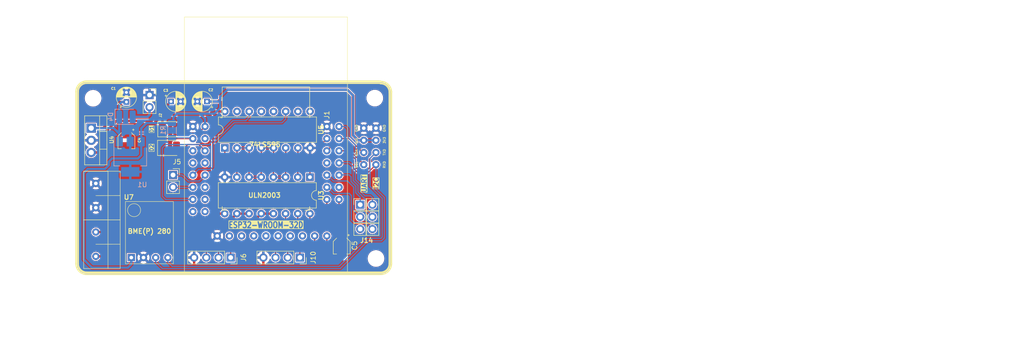
<source format=kicad_pcb>
(kicad_pcb (version 20240108) (generator "pcbnew") (generator_version "8.0")
  (layers (0 "F.Cu" signal) (31 "B.Cu" signal) (34 "B.Paste" user) (35 "F.Paste" user) (36 "B.SilkS" user "B.Silkscreen") (37 "F.SilkS" user "F.Silkscreen") (38 "B.Mask" user) (39 "F.Mask" user) (44 "Edge.Cuts" user))
  (net 0 "")
  (net 1 "GND")
  (net 2 "+3V3")
  (net 3 "+5V")
  (net 4 "/RXD")
  (net 5 "/TXD")
  (net 6 "/SDA")
  (net 7 "/OUT2")
  (net 8 "/SCL")
  (net 9 "/OUT1")
  (net 10 "/EN")
  (net 11 "/SOURCE2")
  (net 12 "/SOURCE1")
  (net 13 "/SOURCE3")
  (net 14 "/VDC")
  (net 15 "/DAC1")
  (net 16 "/DAC2")
  (net 17 "/GPIO13")
  (net 18 "/GPIO19")
  (net 19 "/GPIO17")
  (net 20 "/GPIO5")
  (net 21 "/GPIO18")
  (net 22 "/GPIO36")
  (net 23 "/ADC2_CH3")
  (net 24 "/GPIO32")
  (net 25 "/GPIO34")
  (net 26 "/SD_DATA1")
  (net 27 "/SD_DATA2")
  (net 28 "/SD_CLK")
  (net 29 "/SD_CMD")
  (net 30 "/SD_DATA3")
  (net 31 "/ADC2_CH0")
  (net 32 "/GPIO23")
  (net 33 "/SD_DATA0")
  (net 34 "/GPIO27")
  (net 35 "/ADC2_CH2")
  (net 36 "/BOOT")
  (net 37 "/GPIO39")
  (net 38 "/SOURCE4")
  (net 39 "/SOURCE5")
  (net 40 "/OE")
  (net 41 "/RCLK")
  (net 43 "/SRCLR")
  (net 44 "/SRCLK")
  (net 45 "/SER")
  (net 47 "/I3")
  (net 48 "/I6")
  (net 49 "/I7")
  (net 50 "/I5")
  (net 51 "/OUT3")
  (net 53 "/VIN")
  (net 54 "/I1")
  (footprint "Capacitor_THT:CP_Radial_D4.0mm_P2.00mm" (layer "F.Cu") (at 107 43.95 180)
    (property "Reference" "C2" (at -0.8 2.4 180) (layer "F.SilkS") (effects (font (size 0.5 0.5) (thickness 0.125))))
    (property "Value" "1uF")
    (pad "1" thru_hole rect (at 0 0 180) (size 1.2 1.2) (drill 0.6) (layers "*.Cu" "*.Mask") (net 2 "+3V3"))
    (pad "2" thru_hole circle (at 2 0 180) (size 1.2 1.2) (drill 0.6) (layers "*.Cu" "*.Mask") (net 1 "GND"))
  )
  (footprint "LED_SMD:LED_1210_3225Metric_Pad1.42x2.65mm_HandSolder" (layer "F.Cu") (at 99.1525 53.65)
    (property "Reference" "D2" (at -3.2 0 90) (layer "F.SilkS" knockout) (effects (font (size 0.8 0.8) (thickness 0.2) (bold yes)) (justify bottom)))
    (property "Value" "STATUS")
    (pad "1" smd roundrect (at -1.4875 0) (size 1.425 2.65) (layers "F.Cu" "F.Paste" "F.Mask") (roundrect_rratio 0.175439) (net 1 "GND"))
    (pad "2" smd roundrect (at 1.4875 0) (size 1.425 2.65) (layers "F.Cu" "F.Paste" "F.Mask") (roundrect_rratio 0.175439) (net 25 "/GPIO34"))
  )
  (footprint "Capacitor_SMD:CP_Elec_3x5.3" (layer "F.Cu") (at 90.2 52.05 -90)
    (property "Reference" "C4" (at 0 -2.7 90) (layer "F.SilkS") (effects (font (size 0.5 0.5) (thickness 0.125))))
    (property "Value" "0.1uF")
    (pad "1" smd rect (at -1.5 0 270) (size 2.2 1.6) (layers "F.Cu" "F.Paste" "F.Mask") (net 10 "/EN"))
    (pad "2" smd rect (at 1.5 0 270) (size 2.2 1.6) (layers "F.Cu" "F.Paste" "F.Mask") (net 1 "GND"))
  )
  (footprint "Alexander Footprints Library:ESP32-WROOM-Adapter-Socket-2" (layer "F.Cu") (at 119.3 56.79)
    (property "Reference" "J1" (at 12.7 -10.04 90) (layer "F.SilkS"))
    (property "Value" "~")
    (fp_text user "ESP32-WROOM-32D" (at 0 12.96 0) (layer "F.SilkS" knockout) (effects (font (size 1.25 1) (thickness 0.25) (bold yes))))
    (pad "" thru_hole circle (at -15.24 10.16) (size 1.524 1.524) (drill 0.762) (layers "*.Cu" "*.Mask"))
    (pad "" thru_hole circle (at -12.7 10.16) (size 1.524 1.524) (drill 0.762) (layers "*.Cu" "*.Mask"))
    (pad "1" thru_hole circle (at -15.24 -7.62) (size 1.524 1.524) (drill 0.762) (layers "*.Cu" "*.Mask") (net 1 "GND"))
    (pad "2" thru_hole circle (at -12.7 -7.62) (size 1.524 1.524) (drill 0.762) (layers "*.Cu" "*.Mask") (net 2 "+3V3"))
    (pad "3" thru_hole circle (at -15.24 -5.08) (size 1.524 1.524) (drill 0.762) (layers "*.Cu" "*.Mask") (net 10 "/EN"))
    (pad "4" thru_hole circle (at -12.7 -5.08) (size 1.524 1.524) (drill 0.762) (layers "*.Cu" "*.Mask") (net 22 "/GPIO36"))
    (pad "5" thru_hole circle (at -15.24 -2.54) (size 1.524 1.524) (drill 0.762) (layers "*.Cu" "*.Mask") (net 37 "/GPIO39"))
    (pad "6" thru_hole circle (at -12.7 -2.54) (size 1.524 1.524) (drill 0.762) (layers "*.Cu" "*.Mask") (net 25 "/GPIO34"))
    (pad "7" thru_hole circle (at -15.24 0) (size 1.524 1.524) (drill 0.762) (layers "*.Cu" "*.Mask") (net 51 "/OUT3"))
    (pad "8" thru_hole circle (at -12.7 0) (size 1.524 1.524) (drill 0.762) (layers "*.Cu" "*.Mask") (net 24 "/GPIO32"))
    (pad "9" thru_hole circle (at -15.24 2.54) (size 1.524 1.524) (drill 0.762) (layers "*.Cu" "*.Mask") (net 44 "/SRCLK"))
    (pad "10" thru_hole circle (at -12.7 2.54) (size 1.524 1.524) (drill 0.762) (layers "*.Cu" "*.Mask") (net 15 "/DAC1"))
    (pad "11" thru_hole circle (at -15.24 5.08) (size 1.524 1.524) (drill 0.762) (layers "*.Cu" "*.Mask") (net 16 "/DAC2"))
    (pad "12" thru_hole circle (at -12.7 5.08) (size 1.524 1.524) (drill 0.762) (layers "*.Cu" "*.Mask") (net 34 "/GPIO27"))
    (pad "13" thru_hole circle (at -15.24 7.62) (size 1.524 1.524) (drill 0.762) (layers "*.Cu" "*.Mask") (net 45 "/SER"))
    (pad "14" thru_hole circle (at -12.7 7.62) (size 1.524 1.524) (drill 0.762) (layers "*.Cu" "*.Mask") (net 7 "/OUT2"))
    (pad "15" thru_hole circle (at -10.16 15.24 90) (size 1.524 1.524) (drill 0.762) (layers "*.Cu" "*.Mask") (net 1 "GND"))
    (pad "16" thru_hole circle (at -7.62 15.24 90) (size 1.524 1.524) (drill 0.762) (layers "*.Cu" "*.Mask") (net 17 "/GPIO13"))
    (pad "17" thru_hole circle (at -5.08 15.24 90) (size 1.524 1.524) (drill 0.762) (layers "*.Cu" "*.Mask") (net 27 "/SD_DATA2"))
    (pad "18" thru_hole circle (at -2.54 15.24 90) (size 1.524 1.524) (drill 0.762) (layers "*.Cu" "*.Mask") (net 30 "/SD_DATA3"))
    (pad "19" thru_hole circle (at 0 15.24 90) (size 1.524 1.524) (drill 0.762) (layers "*.Cu" "*.Mask") (net 29 "/SD_CMD"))
    (pad "20" thru_hole circle (at 2.54 15.24 90) (size 1.524 1.524) (drill 0.762) (layers "*.Cu" "*.Mask") (net 28 "/SD_CLK"))
    (pad "21" thru_hole circle (at 5.08 15.24 90) (size 1.524 1.524) (drill 0.762) (layers "*.Cu" "*.Mask") (net 33 "/SD_DATA0"))
    (pad "22" thru_hole circle (at 7.62 15.24 90) (size 1.524 1.524) (drill 0.762) (layers "*.Cu" "*.Mask") (net 26 "/SD_DATA1"))
    (pad "23" thru_hole circle (at 10.16 15.24 90) (size 1.524 1.524) (drill 0.762) (layers "*.Cu" "*.Mask") (net 23 "/ADC2_CH3"))
    (pad "24" thru_hole circle (at 12.7 15.24 90) (size 1.524 1.524) (drill 0.762) (layers "*.Cu" "*.Mask") (net 35 "/ADC2_CH2"))
    (pad "25" thru_hole circle (at 15.24 7.62) (size 1.524 1.524) (drill 0.762) (layers "*.Cu" "*.Mask") (net 36 "/BOOT"))
    (pad "26" thru_hole circle (at 12.7 7.62) (size 1.524 1.524) (drill 0.762) (layers "*.Cu" "*.Mask") (net 31 "/ADC2_CH0"))
    (pad "27" thru_hole circle (at 15.24 5.08) (size 1.524 1.524) (drill 0.762) (layers "*.Cu" "*.Mask") (net 9 "/OUT1"))
    (pad "28" thru_hole circle (at 12.7 5.08) (size 1.524 1.524) (drill 0.762) (layers "*.Cu" "*.Mask") (net 19 "/GPIO17"))
    (pad "29" thru_hole circle (at 15.24 2.54) (size 1.524 1.524) (drill 0.762) (layers "*.Cu" "*.Mask") (net 20 "/GPIO5"))
    (pad "30" thru_hole circle (at 12.7 2.54) (size 1.524 1.524) (drill 0.762) (layers "*.Cu" "*.Mask") (net 21 "/GPIO18"))
    (pad "31" thru_hole circle (at 15.24 0) (size 1.524 1.524) (drill 0.762) (layers "*.Cu" "*.Mask") (net 18 "/GPIO19"))
    (pad "32" thru_hole circle (at 12.7 0) (size 1.524 1.524) (drill 0.762) (layers "*.Cu" "*.Mask"))
    (pad "33" thru_hole circle (at 15.24 -2.54) (size 1.524 1.524) (drill 0.762) (layers "*.Cu" "*.Mask") (net 6 "/SDA"))
    (pad "34" thru_hole circle (at 12.7 -2.54) (size 1.524 1.524) (drill 0.762) (layers "*.Cu" "*.Mask") (net 4 "/RXD"))
    (pad "35" thru_hole circle (at 15.24 -5.08) (size 1.524 1.524) (drill 0.762) (layers "*.Cu" "*.Mask") (net 5 "/TXD"))
    (pad "36" thru_hole circle (at 12.7 -5.08) (size 1.524 1.524) (drill 0.762) (layers "*.Cu" "*.Mask") (net 8 "/SCL"))
    (pad "37" thru_hole circle (at 15.24 -7.62) (size 1.524 1.524) (drill 0.762) (layers "*.Cu" "*.Mask") (net 32 "/GPIO23"))
    (pad "38" thru_hole circle (at 12.7 -7.62) (size 1.524 1.524) (drill 0.762) (layers "*.Cu" "*.Mask") (net 1 "GND"))
  )
  (footprint "MountingHole:MountingHole_3mm" (layer "F.Cu") (at 142 43.25)
    (property "Reference" "H1" (hide yes))
    (property "Value" "MountingHole_Pad")
    (pad "" np_thru_hole circle (at 0 0) (size 3 3) (drill 3) (layers "*.Cu" "*.Mask"))
  )
  (footprint "MountingHole:MountingHole_3mm" (layer "F.Cu") (at 83.25 43.28)
    (property "Reference" "H2" (hide yes))
    (property "Value" "MountingHole_Pad")
    (pad "" np_thru_hole circle (at 0 0) (size 3 3) (drill 3) (layers "*.Cu" "*.Mask"))
  )
  (footprint "Package_DIP:DIP-16_W7.62mm" (layer "F.Cu") (at 128.475 59.75 -90)
    (property "Reference" "U3" (at 3.81 -2.33 90) (layer "F.SilkS") (effects (font (thickness 0.2) (bold yes))))
    (property "Value" "ULN2003")
    (pad "1" thru_hole rect (at 0 0 270) (size 1.6 1.6) (drill 0.8) (layers "*.Cu" "*.Mask") (net 48 "/I6"))
    (pad "2" thru_hole oval (at 0 2.54 270) (size 1.6 1.6) (drill 0.8) (layers "*.Cu" "*.Mask") (net 47 "/I3"))
    (pad "3" thru_hole oval (at 0 5.08 270) (size 1.6 1.6) (drill 0.8) (layers "*.Cu" "*.Mask") (net 50 "/I5"))
    (pad "4" thru_hole oval (at 0 7.62 270) (size 1.6 1.6) (drill 0.8) (layers "*.Cu" "*.Mask") (net 50 "/I5"))
    (pad "5" thru_hole oval (at 0 10.16 270) (size 1.6 1.6) (drill 0.8) (layers "*.Cu" "*.Mask") (net 49 "/I7"))
    (pad "6" thru_hole oval (at 0 12.7 270) (size 1.6 1.6) (drill 0.8) (layers "*.Cu" "*.Mask") (net 49 "/I7"))
    (pad "7" thru_hole oval (at 0 15.24 270) (size 1.6 1.6) (drill 0.8) (layers "*.Cu" "*.Mask") (net 54 "/I1"))
    (pad "8" thru_hole oval (at 0 17.78 270) (size 1.6 1.6) (drill 0.8) (layers "*.Cu" "*.Mask") (net 1 "GND"))
    (pad "9" thru_hole oval (at 7.62 17.78 270) (size 1.6 1.6) (drill 0.8) (layers "*.Cu" "*.Mask") (net 3 "+5V"))
    (pad "10" thru_hole oval (at 7.62 15.24 270) (size 1.6 1.6) (drill 0.8) (layers "*.Cu" "*.Mask") (net 11 "/SOURCE2"))
    (pad "11" thru_hole oval (at 7.62 12.7 270) (size 1.6 1.6) (drill 0.8) (layers "*.Cu" "*.Mask") (net 11 "/SOURCE2"))
    (pad "12" thru_hole oval (at 7.62 10.16 270) (size 1.6 1.6) (drill 0.8) (layers "*.Cu" "*.Mask") (net 12 "/SOURCE1"))
    (pad "13" thru_hole oval (at 7.62 7.62 270) (size 1.6 1.6) (drill 0.8) (layers "*.Cu" "*.Mask") (net 12 "/SOURCE1"))
    (pad "14" thru_hole oval (at 7.62 5.08 270) (size 1.6 1.6) (drill 0.8) (layers "*.Cu" "*.Mask") (net 39 "/SOURCE5"))
    (pad "15" thru_hole oval (at 7.62 2.54 270) (size 1.6 1.6) (drill 0.8) (layers "*.Cu" "*.Mask") (net 38 "/SOURCE4"))
    (pad "16" thru_hole oval (at 7.62 0 270) (size 1.6 1.6) (drill 0.8) (layers "*.Cu" "*.Mask") (net 13 "/SOURCE3"))
  )
  (footprint "Alexander Footprints Library:Conn_Terminal_5mm" (layer "F.Cu") (at 83.82 53.44)
    (property "Reference" "J9" (hide yes))
    (property "Value" "Conn_01x02_Socket")
    (pad "1" thru_hole circle (at 0 7.62) (size 1.524 1.524) (drill 0.762) (layers "*.Cu" "*.Mask") (net 1 "GND"))
    (pad "2" thru_hole circle (at 0 12.7) (size 1.524 1.524) (drill 0.762) (layers "*.Cu" "*.Mask") (net 1 "GND"))
  )
  (footprint "Package_DIP:DIP-16_W7.62mm" (layer "F.Cu") (at 110.725 53.65 90)
    (property "Reference" "U5" (at 3.8 20.075 -90) (layer "F.SilkS") (effects (font (thickness 0.2) (bold yes))))
    (property "Value" "74LS595")
    (pad "1" thru_hole rect (at 0 0 90) (size 1.6 1.6) (drill 0.8) (layers "*.Cu" "*.Mask") (net 54 "/I1"))
    (pad "2" thru_hole oval (at 0 2.54 90) (size 1.6 1.6) (drill 0.8) (layers "*.Cu" "*.Mask") (net 49 "/I7"))
    (pad "3" thru_hole oval (at 0 5.08 90) (size 1.6 1.6) (drill 0.8) (layers "*.Cu" "*.Mask") (net 49 "/I7"))
    (pad "4" thru_hole oval (at 0 7.62 90) (size 1.6 1.6) (drill 0.8) (layers "*.Cu" "*.Mask") (net 50 "/I5"))
    (pad "5" thru_hole oval (at 0 10.16 90) (size 1.6 1.6) (drill 0.8) (layers "*.Cu" "*.Mask") (net 50 "/I5"))
    (pad "6" thru_hole oval (at 0 12.7 90) (size 1.6 1.6) (drill 0.8) (layers "*.Cu" "*.Mask") (net 47 "/I3"))
    (pad "7" thru_hole oval (at 0 15.24 90) (size 1.6 1.6) (drill 0.8) (layers "*.Cu" "*.Mask") (net 48 "/I6"))
    (pad "8" thru_hole oval (at 0 17.78 90) (size 1.6 1.6) (drill 0.8) (layers "*.Cu" "*.Mask") (net 1 "GND"))
    (pad "9" thru_hole oval (at 7.62 17.78 90) (size 1.6 1.6) (drill 0.8) (layers "*.Cu" "*.Mask"))
    (pad "10" thru_hole oval (at 7.62 15.24 90) (size 1.6 1.6) (drill 0.8) (layers "*.Cu" "*.Mask") (net 43 "/SRCLR"))
    (pad "11" thru_hole oval (at 7.62 12.7 90) (size 1.6 1.6) (drill 0.8) (layers "*.Cu" "*.Mask") (net 44 "/SRCLK"))
    (pad "12" thru_hole oval (at 7.62 10.16 90) (size 1.6 1.6) (drill 0.8) (layers "*.Cu" "*.Mask") (net 41 "/RCLK"))
    (pad "13" thru_hole oval (at 7.62 7.62 90) (size 1.6 1.6) (drill 0.8) (layers "*.Cu" "*.Mask") (net 40 "/OE"))
    (pad "14" thru_hole oval (at 7.62 5.08 90) (size 1.6 1.6) (drill 0.8) (layers "*.Cu" "*.Mask") (net 45 "/SER"))
    (pad "15" thru_hole oval (at 7.62 2.54 90) (size 1.6 1.6) (drill 0.8) (layers "*.Cu" "*.Mask"))
    (pad "16" thru_hole oval (at 7.62 0 90) (size 1.6 1.6) (drill 0.8) (layers "*.Cu" "*.Mask") (net 3 "+5V"))
  )
  (footprint "Connector_PinSocket_2.54mm:PinSocket_1x02_P2.54mm_Vertical" (layer "F.Cu") (at 95.025 42.6)
    (property "Reference" "J2" (at 2.275 4.25 90) (layer "F.SilkS") (effects (font (size 0.5 0.5) (thickness 0.125))))
    (property "Value" "PWR")
    (pad "1" thru_hole rect (at 0 0) (size 1.7 1.7) (drill 1) (layers "*.Cu" "*.Mask") (net 1 "GND"))
    (pad "2" thru_hole oval (at 0 2.54) (size 1.7 1.7) (drill 1) (layers "*.Cu" "*.Mask") (net 14 "/VDC"))
  )
  (footprint "Connector_PinSocket_2.54mm:PinSocket_1x04_P2.54mm_Vertical" (layer "F.Cu") (at 111.94 76.55 -90)
    (property "Reference" "J6" (at 0 -2.7 -90) (layer "F.SilkS"))
    (property "Value" "SOURCE")
    (pad "1" thru_hole rect (at 0 0 270) (size 1.7 1.7) (drill 1) (layers "*.Cu" "*.Mask") (net 13 "/SOURCE3"))
    (pad "2" thru_hole oval (at 0 2.54 270) (size 1.7 1.7) (drill 1) (layers "*.Cu" "*.Mask") (net 38 "/SOURCE4"))
    (pad "3" thru_hole oval (at 0 5.08 270) (size 1.7 1.7) (drill 1) (layers "*.Cu" "*.Mask") (net 39 "/SOURCE5"))
    (pad "4" thru_hole oval (at 0 7.62 270) (size 1.7 1.7) (drill 1) (layers "*.Cu" "*.Mask") (net 1 "GND"))
  )
  (footprint "Connector_PinSocket_2.54mm:PinSocket_1x04_P2.54mm_Vertical" (layer "F.Cu") (at 126.38 76.55 -90)
    (property "Reference" "J10" (at 0 -2.77 90) (layer "F.SilkS"))
    (property "Value" "ADC")
    (pad "1" thru_hole rect (at 0 0 270) (size 1.7 1.7) (drill 1) (layers "*.Cu" "*.Mask") (net 35 "/ADC2_CH2"))
    (pad "2" thru_hole oval (at 0 2.54 270) (size 1.7 1.7) (drill 1) (layers "*.Cu" "*.Mask") (net 23 "/ADC2_CH3"))
    (pad "3" thru_hole oval (at 0 5.08 270) (size 1.7 1.7) (drill 1) (layers "*.Cu" "*.Mask") (net 31 "/ADC2_CH0"))
    (pad "4" thru_hole oval (at 0 7.62 270) (size 1.7 1.7) (drill 1) (layers "*.Cu" "*.Mask") (net 1 "GND"))
  )
  (footprint "Capacitor_SMD:CP_Elec_3x5.3" (layer "F.Cu") (at 135.1 74.05 -90)
    (property "Reference" "C5" (at 0 -2.7 90) (layer "F.SilkS"))
    (property "Value" "0.1uF")
    (pad "1" smd rect (at -1.5 0 270) (size 2.2 1.6) (layers "F.Cu" "F.Paste" "F.Mask") (net 36 "/BOOT"))
    (pad "2" smd rect (at 1.5 0 270) (size 2.2 1.6) (layers "F.Cu" "F.Paste" "F.Mask") (net 1 "GND"))
  )
  (footprint "Capacitor_THT:CP_Radial_D4.0mm_P2.00mm" (layer "F.Cu") (at 99.5 43.95)
    (property "Reference" "C3" (at -1.1 -2.3 0) (layer "F.SilkS") (effects (font (size 0.5 0.5) (thickness 0.125))))
    (property "Value" "1uF")
    (pad "1" thru_hole rect (at 0 0) (size 1.2 1.2) (drill 0.6) (layers "*.Cu" "*.Mask") (net 3 "+5V"))
    (pad "2" thru_hole circle (at 2 0) (size 1.2 1.2) (drill 0.6) (layers "*.Cu" "*.Mask") (net 1 "GND"))
  )
  (footprint "Connector_PinSocket_2.54mm:PinSocket_1x02_P2.54mm_Vertical" (layer "F.Cu") (at 99.925 59.3)
    (property "Reference" "J5" (at 1.775 -2.15 0) (layer "F.SilkS") (effects (justify right bottom)))
    (property "Value" "DAC")
    (pad "1" thru_hole rect (at 0 0) (size 1.7 1.7) (drill 1) (layers "*.Cu" "*.Mask") (net 15 "/DAC1"))
    (pad "2" thru_hole oval (at 0 2.54) (size 1.7 1.7) (drill 1) (layers "*.Cu" "*.Mask") (net 16 "/DAC2"))
  )
  (footprint "Alexander Footprint Library:CONN_2x3" (layer "F.Cu") (at 138.96 60.43)
    (property "Reference" "J14" (at 1.34 13.12 0) (layer "F.SilkS") (effects (font (thickness 0.2) (bold yes)) (justify bottom)))
    (property "Value" "GPIO")
    (pad "1" thru_hole rect (at 0 5.08) (size 1.7 1.7) (drill 1) (layers "*.Cu" "*.Mask") (net 20 "/GPIO5"))
    (pad "2" thru_hole oval (at 0 7.62) (size 1.7 1.7) (drill 1) (layers "*.Cu" "*.Mask") (net 21 "/GPIO18"))
    (pad "3" thru_hole oval (at 0 10.16) (size 1.7 1.7) (drill 1) (layers "*.Cu" "*.Mask"))
    (pad "4" thru_hole oval (at 2.54 5.08) (size 1.7 1.7) (drill 1) (layers "*.Cu" "*.Mask") (net 32 "/GPIO23"))
    (pad "5" thru_hole oval (at 2.54 7.62) (size 1.7 1.7) (drill 1) (layers "*.Cu" "*.Mask") (net 18 "/GPIO19"))
    (pad "6" thru_hole oval (at 2.54 10.16) (size 1.7 1.7) (drill 1) (layers "*.Cu" "*.Mask") (net 19 "/GPIO17"))
  )
  (footprint "Alexander Footprints Library:Conn_UART" (layer "F.Cu") (at 139.7 41.9)
    (property "Reference" "J3" (hide yes))
    (property "Value" "UART")
    (fp_text user "3V3" (at 4.3 10.15 90) (layer "F.SilkS") (effects (font (size 0.5 0.5) (thickness 0.1))))
    (fp_text user "GND" (at 4.3 7.65 90) (layer "F.SilkS") (effects (font (size 0.5 0.5) (thickness 0.1))))
    (fp_text user "RXD" (at 4.3 15.25 90) (layer "F.SilkS") (effects (font (size 0.5 0.5) (thickness 0.1))))
    (fp_text user "TXD" (at 4.3 12.66 90) (layer "F.SilkS") (effects (font (size 0.5 0.5) (thickness 0.1))))
    (fp_text user "UART" (at 0.1 19.25 90) (layer "F.SilkS" knockout) (effects (font (thickness 0.2) (bold yes))))
    (pad "3V3" thru_hole circle (at 0 10.16) (size 1.524 1.524) (drill 0.762) (layers "*.Cu" "*.Mask") (net 2 "+3V3"))
    (pad "GND" thru_hole circle (at 0 7.62) (size 1.524 1.524) (drill 0.762) (layers "*.Cu" "*.Mask") (net 1 "GND"))
    (pad "RXD" thru_hole circle (at 0 15.24) (size 1.524 1.524) (drill 0.762) (layers "*.Cu" "*.Mask") (net 4 "/RXD"))
    (pad "TXD" thru_hole circle (at 0 12.7) (size 1.524 1.524) (drill 0.762) (layers "*.Cu" "*.Mask") (net 5 "/TXD"))
  )
  (footprint "Capacitor_THT:CP_Radial_D4.0mm_P2.00mm" (layer "F.Cu") (at 90.2 44.05 90)
    (property "Reference" "C1" (at 2.8 -2.7 0) (layer "F.SilkS") (effects (font (size 0.5 0.5) (thickness 0.125))))
    (property "Value" "1uF")
    (pad "1" thru_hole rect (at 0 0 90) (size 1.2 1.2) (drill 0.6) (layers "*.Cu" "*.Mask") (net 53 "/VIN"))
    (pad "2" thru_hole circle (at 2 0 90) (size 1.2 1.2) (drill 0.6) (layers "*.Cu" "*.Mask") (net 1 "GND"))
  )
  (footprint "Alexander Footprint Library:BME280_BMP280_I2C" (layer "F.Cu") (at 90 77.85 90)
    (property "Reference" "U7" (at 13.9 0.7 0) (layer "F.SilkS") (effects (font (thickness 0.2) (bold yes))))
    (property "Value" "BME(P)280")
    (fp_text user "BME(P) 280" (at 6.8 5 0) (layer "F.SilkS") (effects (font (thickness 0.2) (bold yes))))
    (pad "1" thru_hole rect (at 1.3 1.22 90) (size 1.524 1.524) (drill 0.762) (layers "*.Cu" "*.Mask") (net 2 "+3V3"))
    (pad "2" thru_hole circle (at 1.3 3.76 90) (size 1.524 1.524) (drill 0.762) (layers "*.Cu" "*.Mask") (net 1 "GND"))
    (pad "3" thru_hole circle (at 1.3 6.3 90) (size 1.524 1.524) (drill 0.762) (layers "*.Cu" "*.Mask") (net 8 "/SCL"))
    (pad "4" thru_hole circle (at 1.3 8.84 90) (size 1.524 1.524) (drill 0.762) (layers "*.Cu" "*.Mask") (net 6 "/SDA"))
  )
  (footprint "Alexander Footprints Library:LD1117" (layer "F.Cu") (at 82.855 49.52 -90)
    (property "Reference" "U4" (at 3.33 -4.745 90) (layer "F.SilkS") (effects (font (size 0.8 0.8) (thickness 0.16) (bold yes)) (justify left bottom)))
    (property "Value" "L7805")
    (pad "1" thru_hole rect (at 0 0 270) (size 1.905 2) (drill 1.1) (layers "*.Cu" "*.Mask") (net 53 "/VIN"))
    (pad "2" thru_hole oval (at 2.54 0 270) (size 1.905 2) (drill 1.1) (layers "*.Cu" "*.Mask") (net 1 "GND"))
    (pad "3" thru_hole oval (at 5.08 0 270) (size 1.905 2) (drill 1.1) (layers "*.Cu" "*.Mask") (net 3 "+5V"))
  )
  (footprint "Alexander Footprints Library:Conn_I2C" (layer "F.Cu") (at 142.24 41.9)
    (property "Reference" "J4" (hide yes))
    (property "Value" "I2C")
    (fp_text user "I2C" (at 0.06 19.15 90) (layer "F.SilkS" knockout) (effects (font (thickness 0.2) (bold yes))))
    (fp_text user "SCL" (at -4.04 15.25 90) (layer "F.SilkS") (effects (font (size 0.5 0.5) (thickness 0.1))))
    (fp_text user "SDA" (at -4.04 12.766 90) (layer "F.SilkS") (effects (font (size 0.5 0.5) (thickness 0.1))))
    (fp_text user "GND" (at -4.04 7.65 90) (layer "F.SilkS") (effects (font (size 0.5 0.5) (thickness 0.1))))
    (fp_text user "Vcc" (at -4.04 10.26 90) (layer "F.SilkS") (effects (font (size 0.5 0.5) (thickness 0.1))))
    (pad "GND" thru_hole circle (at 0 7.62) (size 1.524 1.524) (drill 0.762) (layers "*.Cu" "*.Mask") (net 1 "GND"))
    (pad "SCL" thru_hole circle (at 0 15.24) (size 1.524 1.524) (drill 0.762) (layers "*.Cu" "*.Mask") (net 8 "/SCL"))
    (pad "SDA" thru_hole circle (at 0 12.7) (size 1.524 1.524) (drill 0.762) (layers "*.Cu" "*.Mask") (net 6 "/SDA"))
    (pad "Vcc" thru_hole circle (at 0 10.16) (size 1.524 1.524) (drill 0.762) (layers "*.Cu" "*.Mask") (net 2 "+3V3"))
  )
  (footprint "LED_SMD:LED_1210_3225Metric_Pad1.42x2.65mm_HandSolder" (layer "F.Cu") (at 99.2 49.75)
    (property "Reference" "D1" (at -3.2475 0 90) (layer "F.SilkS" knockout) (effects (font (size 0.8 0.8) (thickness 0.16) (bold yes)) (justify bottom)))
    (property "Value" "PWR")
    (pad "1" smd roundrect (at -1.4875 0) (size 1.425 2.65) (layers "F.Cu" "F.Paste" "F.Mask") (roundrect_rratio 0.175439) (net 1 "GND"))
    (pad "2" smd roundrect (at 1.4875 0) (size 1.425 2.65) (layers "F.Cu" "F.Paste" "F.Mask") (roundrect_rratio 0.175439) (net 2 "+3V3"))
  )
  (footprint "MountingHole:MountingHole_3mm" (layer "F.Cu") (at 142.25 76.75)
    (property "Reference" "H4" (hide yes))
    (property "Value" "MountingHole_Pad")
    (pad "" np_thru_hole circle (at 0 0) (size 3 3) (drill 3) (layers "*.Cu" "*.Mask"))
  )
  (footprint "Alexander Footprints Library:Conn_Terminal_5mm" (layer "F.Cu") (at 83.82 63.6)
    (property "Reference" "J8" (hide yes))
    (property "Value" "Conn_01x02_Socket")
    (pad "1" thru_hole circle (at 0 7.62) (size 1.524 1.524) (drill 0.762) (layers "*.Cu" "*.Mask") (net 11 "/SOURCE2"))
    (pad "2" thru_hole circle (at 0 12.7) (size 1.524 1.524) (drill 0.762) (layers "*.Cu" "*.Mask") (net 12 "/SOURCE1"))
  )
  (footprint "Resistor_SMD:R_1206_3216Metric_Pad1.30x1.75mm_HandSolder" (layer "B.Cu") (at 99.7 50 -90)
    (property "Reference" "R1" (at 0 1.82 90) (layer "B.SilkS") (effects (justify mirror)))
    (property "Value" "10K")
    (pad "1" smd roundrect (at -1.55 0 270) (size 1.3 1.75) (layers "B.Cu" "B.Paste" "B.Mask") (roundrect_rratio 0.192308) (net 2 "+3V3"))
    (pad "2" smd roundrect (at 1.55 0 270) (size 1.3 1.75) (layers "B.Cu" "B.Paste" "B.Mask") (roundrect_rratio 0.192308) (net 10 "/EN"))
  )
  (footprint "Diode_SMD:D_1210_3225Metric" (layer "B.Cu") (at 90.1 47.15)
    (property "Reference" "D4" (at -3.2 0 -90) (layer "B.SilkS") (effects (justify mirror)))
    (property "Value" "D")
    (pad "1" smd roundrect (at -1.4 0) (size 1.25 2.65) (layers "B.Cu" "B.Paste" "B.Mask") (roundrect_rratio 0.2) (net 53 "/VIN"))
    (pad "2" smd roundrect (at 1.4 0) (size 1.25 2.65) (layers "B.Cu" "B.Paste" "B.Mask") (roundrect_rratio 0.2) (net 14 "/VDC"))
  )
  (footprint "Package_TO_SOT_SMD:SOT-223-3_TabPin2" (layer "B.Cu") (at 91 55.5 -90)
    (property "Reference" "U1" (at 5.25 -3.6 0) (layer "B.SilkS") (effects (justify left top mirror)))
    (property "Value" "MAX1726EUK33")
    (pad "1" smd rect (at -3.15 2.3 270) (size 2 1.5) (layers "B.Cu" "B.Paste" "B.Mask") (net 53 "/VIN"))
    (pad "2" smd rect (at -3.15 0 270) (size 2 1.5) (layers "B.Cu" "B.Paste" "B.Mask") (net 1 "GND"))
    (pad "2" smd rect (at 3.15 0 270) (size 2 3.8) (layers "B.Cu" "B.Paste" "B.Mask") (net 1 "GND"))
    (pad "3" smd rect (at -3.15 -2.3 270) (size 2 1.5) (layers "B.Cu" "B.Paste" "B.Mask") (net 2 "+3V3"))
  )
  (gr_line (start 145.25 41.86421) (end 145.25 77.835782) (stroke (width 0.75)) (layer "F.SilkS"))
  (gr_line (start 81.914218 39.914218) (end 143.08579 39.914218) (stroke (width 0.75)) (layer "F.SilkS"))
  (gr_arc (start 145.25 77.835782) (mid 144.664218 79.25) (end 143.25 79.835782) (stroke (width 0.75)) (layer "F.SilkS"))
  (gr_line (start 79.914218 41.86421) (end 79.914218 77.835782) (stroke (width 0.75)) (layer "F.SilkS"))
  (gr_arc (start 81.914218 79.835782) (mid 80.5 79.25) (end 79.914218 77.835782) (stroke (width 0.75)) (layer "F.SilkS"))
  (gr_arc (start 143.25 40) (mid 144.664218 40.585782) (end 145.25 42) (stroke (width 0.75)) (layer "F.SilkS"))
  (gr_arc (start 79.914218 41.914218) (mid 80.5 40.5) (end 81.914218 39.914218) (stroke (width 0.75)) (layer "F.SilkS"))
  (gr_line (start 81.914214 79.835782) (end 143.085786 79.835782) (stroke (width 0.75)) (layer "F.SilkS"))
  (gr_line (start 80 42) (end 80.014214 77.985786) (stroke (width 0.1)) (layer "Edge.Cuts"))
  (gr_arc (start 143.185786 40.014214) (mid 144.6 40.6) (end 145.185786 42.014214) (stroke (width 0.1)) (layer "Edge.Cuts"))
  (gr_arc (start 82.014214 79.985786) (mid 80.6 79.4) (end 80.014214 77.985786) (stroke (width 0.1)) (layer "Edge.Cuts"))
  (gr_line (start 145.185786 42.014214) (end 145.185786 77.985786) (stroke (width 0.1)) (layer "Edge.Cuts"))
  (gr_arc (start 80 42) (mid 80.585786 40.585786) (end 82 40) (stroke (width 0.1)) (layer "Edge.Cuts"))
  (gr_line (start 82.014214 79.985786) (end 143.185786 79.985786) (stroke (width 0.1)) (layer "Edge.Cuts"))
  (gr_arc (start 145.185786 77.985786) (mid 144.6 79.4) (end 143.185786 79.985786) (stroke (width 0.1)) (layer "Edge.Cuts"))
  (gr_line (start 143.185786 40.014214) (end 82 40) (stroke (width 0.1)) (layer "Edge.Cuts"))
  (gr_text "74LS595" (at 119.057143 52.95 0) (layer "F.SilkS") (effects (font (size 1 1) (thickness 0.2) (bold yes))))
  (gr_text "ULN2003" (at 115.5 64.124 0) (layer "F.SilkS") (effects (font (size 1 1) (thickness 0.2) (bold yes)) (justify left bottom)))
  (segment (start 84.21 65.75) (end 83.82 66.14) (width 0.5) (layer "F.Cu") (net 1))
  (segment (start 103.448 50.498) (end 102.7 49.75) (width 0.25) (layer "F.Cu") (net 2))
  (segment (start 109.8 43.45) (end 109.3 43.95) (width 0.5) (layer "F.Cu") (net 2))
  (segment (start 106.6 49.17) (end 105.272 50.498) (width 0.25) (layer "F.Cu") (net 2))
  (segment (start 138.46 52.06) (end 137.4 51) (width 0.5) (layer "F.Cu") (net 2))
  (segment (start 109.3 43.95) (end 107 43.95) (width 0.5) (layer "F.Cu") (net 2))
  (segment (start 109.8 42.35) (end 109.8 43.45) (width 0.5) (layer "F.Cu") (net 2))
  (segment (start 105.272 50.498) (end 103.448 50.498) (width 0.25) (layer "F.Cu") (net 2))
  (segment (start 102.7 49.75) (end 100.6875 49.75) (width 0.25) (layer "F.Cu") (net 2))
  (segment (start 137.4 51) (end 137.4 42.6) (width 0.5) (layer "F.Cu") (net 2))
  (segment (start 137.4 42.6) (end 136.3 41.5) (width 0.5) (layer "F.Cu") (net 2))
  (segment (start 139.7 52.06) (end 138.46 52.06) (width 0.5) (layer "F.Cu") (net 2))
  (segment (start 110.65 41.5) (end 109.8 42.35) (width 0.5) (layer "F.Cu") (net 2))
  (segment (start 136.3 41.5) (end 110.65 41.5) (width 0.5) (layer "F.Cu") (net 2))
  (segment (start 107 43.95) (end 109.55 43.95) (width 0.5) (layer "B.Cu") (net 2))
  (segment (start 81.3 58.9) (end 82.15 58.05) (width 0.5) (layer "B.Cu") (net 2))
  (segment (start 100 48.45) (end 100 47.25) (width 0.5) (layer "B.Cu") (net 2))
  (segment (start 138.56 52.06) (end 139.7 52.06) (width 0.5) (layer "B.Cu") (net 2))
  (segment (start 91.22 76.55) (end 91.22 77.93) (width 0.5) (layer "B.Cu") (net 2))
  (segment (start 81.3 76.95) (end 81.3 58.9) (width 0.5) (layer "B.Cu") (net 2))
  (segment (start 137.5 51) (end 138.56 52.06) (width 0.5) (layer "B.Cu") (net 2))
  (segment (start 106.6 47.6) (end 106.6 49.17) (width 0.5) (layer "B.Cu") (net 2))
  (segment (start 139.7 52.06) (end 142.24 52.06) (width 0.5) (layer "B.Cu") (net 2))
  (segment (start 86.5 57.25) (end 86.5 56.55) (width 0.5) (layer "B.Cu") (net 2))
  (segment (start 137.5 42.75) (end 137.5 51) (width 0.5) (layer "B.Cu") (net 2))
  (segment (start 92.6 55.85) (end 93.3 55.15) (width 0.5) (layer "B.Cu") (net 2))
  (segment (start 93.3 49.55) (end 94.4 48.45) (width 0.5) (layer "B.Cu") (net 2))
  (segment (start 109.55 43.95) (end 109.75 43.75) (width 0.5) (layer "B.Cu") (net 2))
  (segment (start 85.7 58.05) (end 86.5 57.25) (width 0.5) (layer "B.Cu") (net 2))
  (segment (start 87.2 55.85) (end 92.6 55.85) (width 0.5) (layer "B.Cu") (net 2))
  (segment (start 100 47.25) (end 100.75 46.5) (width 0.5) (layer "B.Cu") (net 2))
  (segment (start 136.25 41.5) (end 137.5 42.75) (width 0.5) (layer "B.Cu") (net 2))
  (segment (start 82.15 58.05) (end 85.7 58.05) (width 0.5) (layer "B.Cu") (net 2))
  (segment (start 94.4 48.45) (end 100 48.45) (width 0.5) (layer "B.Cu") (net 2))
  (segment (start 100.75 46.5) (end 105.5 46.5) (width 0.5) (layer "B.Cu") (net 2))
  (segment (start 108.55 46.5) (end 109.75 45.3) (width 0.5) (layer "B.Cu") (net 2))
  (segment (start 105.5 46.5) (end 106.6 47.6) (width 0.5) (layer "B.Cu") (net 2))
  (segment (start 93.3 55.15) (end 93.3 52.35) (width 0.5) (layer "B.Cu") (net 2))
  (segment (start 109.75 43.75) (end 109.75 43) (width 0.5) (layer "B.Cu") (net 2))
  (segment (start 105.5 46.5) (end 108.55 46.5) (width 0.5) (layer "B.Cu") (net 2))
  (segment (start 109.75 43) (end 111.25 41.5) (width 0.5) (layer "B.Cu") (net 2))
  (segment (start 93.3 52.35) (end 93.3 49.55) (width 0.5) (layer "B.Cu") (net 2))
  (segment (start 90.5 78.65) (end 83 78.65) (width 0.5) (layer "B.Cu") (net 2))
  (segment (start 106.77 49) (end 106.6 49.17) (width 0.5) (layer "B.Cu") (net 2))
  (segment (start 109.75 45.3) (end 109.75 43.75) (width 0.5) (layer "B.Cu") (net 2))
  (segment (start 86.5 56.55) (end 87.2 55.85) (width 0.5) (layer "B.Cu") (net 2))
  (segment (start 91.22 77.93) (end 90.5 78.65) (width 0.5) (layer "B.Cu") (net 2))
  (segment (start 83 78.65) (end 81.3 76.95) (width 0.5) (layer "B.Cu") (net 2))
  (segment (start 111.25 41.5) (end 136.25 41.5) (width 0.5) (layer "B.Cu") (net 2))
  (segment (start 107.481599 46.686599) (end 108.138198 46.03) (width 0.5) (layer "F.Cu") (net 3))
  (segment (start 108.138198 46.03) (end 110.725 46.03) (width 0.5) (layer "F.Cu") (net 3))
  (segment (start 108.3 47.505) (end 107.481599 46.686599) (width 0.5) (layer "F.Cu") (net 3))
  (segment (start 96.763401 46.686599) (end 96.7 46.75) (width 0.5) (layer "F.Cu") (net 3))
  (segment (start 95.45 48) (end 88.15 48) (width 0.5) (layer "F.Cu") (net 3))
  (segment (start 86.1 50.05) (end 86.1 53.75) (width 0.5) (layer "F.Cu") (net 3))
  (segment (start 96.7 46.75) (end 95.45 48) (width 0.5) (layer "F.Cu") (net 3))
  (segment (start 107.481599 46.686599) (end 96.763401 46.686599) (width 0.5) (layer "F.Cu") (net 3))
  (segment (start 88.15 48) (end 86.1 50.05) (width 0.5) (layer "F.Cu") (net 3))
  (segment (start 108.3 66.15) (end 108.3 47.505) (width 0.5) (layer "F.Cu") (net 3))
  (segment (start 99.5 43.95) (end 96.7 46.75) (width 0.5) (layer "F.Cu") (net 3))
  (segment (start 86.1 53.75) (end 85.25 54.6) (width 0.5) (layer "F.Cu") (net 3))
  (segment (start 109.52 67.37) (end 108.3 66.15) (width 0.5) (layer "F.Cu") (net 3))
  (segment (start 110.695 67.37) (end 109.52 67.37) (width 0.5) (layer "F.Cu") (net 3))
  (segment (start 85.25 54.6) (end 82.855 54.6) (width 0.5) (layer "F.Cu") (net 3))
  (segment (start 139.7 57.1) (end 139.7 57.14) (width 0.25) (layer "F.Cu") (net 4))
  (segment (start 133.25 53) (end 135.6 53) (width 0.25) (layer "F.Cu") (net 4))
  (segment (start 135.6 53) (end 139.7 57.1) (width 0.25) (layer "F.Cu") (net 4))
  (segment (start 132 54.25) (end 133.25 53) (width 0.25) (layer "F.Cu") (net 4))
  (segment (start 140.3 57.2) (end 139.3 57.2) (width 0.25) (layer "F.Cu") (net 4))
  (segment (start 136.61 51.71) (end 134.54 51.71) (width 0.25) (layer "F.Cu") (net 5))
  (segment (start 134.74 51.54) (end 134.62 51.66) (width 0.25) (layer "F.Cu") (net 5))
  (segment (start 139.5 54.6) (end 136.61 51.71) (width 0.25) (layer "F.Cu") (net 5))
  (segment (start 139.7 54.6) (end 139.5 54.6) (width 0.25) (layer "F.Cu") (net 5))
  (segment (start 138.59 58.3) (end 140.4 58.3) (width 0.25) (layer "F.Cu") (net 6))
  (segment (start 136.213604 54.25) (end 138 56.036396) (width 0.25) (layer "F.Cu") (net 6))
  (segment (start 138 57.71) (end 138.59 58.3) (width 0.25) (layer "F.Cu") (net 6))
  (segment (start 140.9 55.94) (end 142.24 54.6) (width 0.25) (layer "F.Cu") (net 6))
  (segment (start 140.9 57.8) (end 140.9 55.94) (width 0.25) (layer "F.Cu") (net 6))
  (segment (start 134.54 54.25) (end 136.213604 54.25) (width 0.25) (layer "F.Cu") (net 6))
  (segment (start 138 56.036396) (end 138 57.71) (width 0.25) (layer "F.Cu") (net 6))
  (segment (start 142.24 54.6) (end 142.24 55.26) (width 0.25) (layer "F.Cu") (net 6))
  (segment (start 140.4 58.3) (end 140.9 57.8) (width 0.25) (layer "F.Cu") (net 6))
  (segment (start 99.75 78.4) (end 134.55 78.4) (width 0.25) (layer "B.Cu") (net 6))
  (segment (start 141 61.65) (end 141 55.84) (width 0.25) (layer "B.Cu") (net 6))
  (segment (start 134.55 78.4) (end 140.418198 72.531802) (width 0.25) (layer "B.Cu") (net 6))
  (segment (start 143.55 64.2) (end 141 61.65) (width 0.25) (layer "B.Cu") (net 6))
  (segment (start 98.84 76.55) (end 98.84 77.49) (width 0.25) (layer "B.Cu") (net 6))
  (segment (start 143.281802 72.531802) (end 143.55 72.263604) (width 0.25) (layer "B.Cu") (net 6))
  (segment (start 143.55 72.263604) (end 143.55 64.2) (width 0.25) (layer "B.Cu") (net 6))
  (segment (start 140.418198 72.531802) (end 143.281802 72.531802) (width 0.25) (layer "B.Cu") (net 6))
  (segment (start 141 55.84) (end 142.24 54.6) (width 0.25) (layer "B.Cu") (net 6))
  (segment (start 98.84 77.49) (end 99.75 78.4) (width 0.25) (layer "B.Cu") (net 6))
  (segment (start 137.55 57.896396) (end 138.403604 58.75) (width 0.25) (layer "F.Cu") (net 8))
  (segment (start 131.5 55.5) (end 136.75 55.5) (width 0.25) (layer "F.Cu") (net 8))
  (segment (start 140.63 58.75) (end 142.24 57.14) (width 0.25) (layer "F.Cu") (net 8))
  (segment (start 136.75 55.5) (end 137.55 56.3) (width 0.25) (layer "F.Cu") (net 8))
  (segment (start 137.55 56.3) (end 137.55 57.896396) (width 0.25) (layer "F.Cu") (net 8))
  (segment (start 130.745 54.745) (end 131.5 55.5) (width 0.25) (layer "F.Cu") (net 8))
  (segment (start 130.745 52.995) (end 130.745 54.745) (width 0.25) (layer "F.Cu") (net 8))
  (segment (start 132.08 51.66) (end 130.745 52.995) (width 0.25) (layer "F.Cu") (net 8))
  (segment (start 138.403604 58.75) (end 140.63 58.75) (width 0.25) (layer "F.Cu") (net 8))
  (segment (start 134.8 78.85) (end 140.6 73.05) (width 0.25) (layer "B.Cu") (net 8))
  (segment (start 96.3 76.55) (end 96.3 77.45) (width 0.25) (layer "B.Cu") (net 8))
  (segment (start 144 72.45) (end 144 64.013604) (width 0.25) (layer "B.Cu") (net 8))
  (segment (start 96.3 77.45) (end 97.7 78.85) (width 0.25) (layer "B.Cu") (net 8))
  (segment (start 142.24 62.253604) (end 142.24 57.14) (width 0.25) (layer "B.Cu") (net 8))
  (segment (start 144 64.013604) (end 142.24 62.253604) (width 0.25) (layer "B.Cu") (net 8))
  (segment (start 143.4 73.05) (end 144 72.45) (width 0.25) (layer "B.Cu") (net 8))
  (segment (start 140.6 73.05) (end 143.4 73.05) (width 0.25) (layer "B.Cu") (net 8))
  (segment (start 97.7 78.85) (end 134.8 78.85) (width 0.25) (layer "B.Cu") (net 8))
  (segment (start 104.06 51.71) (end 96.16 51.71) (width 0.25) (layer "F.Cu") (net 10))
  (segment (start 96.16 51.71) (end 95 50.55) (width 0.25) (layer "F.Cu") (net 10))
  (segment (start 95 50.55) (end 90.2 50.55) (width 0.25) (layer "F.Cu") (net 10))
  (segment (start 103.72 52.05) (end 104.06 51.71) (width 0.25) (layer "F.Cu") (net 10))
  (segment (start 100 51.55) (end 103.9 51.55) (width 0.25) (layer "B.Cu") (net 10))
  (segment (start 103.9 51.55) (end 104.06 51.71) (width 0.25) (layer "B.Cu") (net 10))
  (segment (start 99 72.85) (end 102.7 69.15) (width 0.5) (layer "F.Cu") (net 11))
  (segment (start 102.7 69.15) (end 111.455 69.15) (width 0.5) (layer "F.Cu") (net 11))
  (segment (start 113.235 67.37) (end 115.775 67.37) (width 0.5) (layer "F.Cu") (net 11))
  (segment (start 111.455 69.15) (end 113.235 67.37) (width 0.5) (layer "F.Cu") (net 11))
  (segment (start 88 72.85) (end 99 72.85) (width 0.5) (layer "F.Cu") (net 11))
  (segment (start 86.37 71.22) (end 88 72.85) (width 0.5) (layer "F.Cu") (net 11))
  (segment (start 83.82 71.22) (end 86.37 71.22) (width 0.5) (layer "F.Cu") (net 11))
  (segment (start 99.5 74.05) (end 103.7 69.85) (width 0.5) (layer "F.Cu") (net 12))
  (segment (start 88.1 74.05) (end 99.5 74.05) (width 0.5) (layer "F.Cu") (net 12))
  (segment (start 118.315 67.37) (end 120.855 67.37) (width 0.5) (layer "F.Cu") (net 12))
  (segment (start 115.835 69.85) (end 118.315 67.37) (width 0.5) (layer "F.Cu") (net 12))
  (segment (start 85.85 76.3) (end 88.1 74.05) (width 0.5) (layer "F.Cu") (net 12))
  (segment (start 103.7 69.85) (end 115.835 69.85) (width 0.5) (layer "F.Cu") (net 12))
  (segment (start 83.82 76.3) (end 85.85 76.3) (width 0.5) (layer "F.Cu") (net 12))
  (segment (start 128.475 67.37) (end 128.475 68.575) (width 0.25) (layer "F.Cu") (net 13))
  (segment (start 125.7 72.55) (end 124.55 73.7) (width 0.25) (layer "F.Cu") (net 13))
  (segment (start 111.94 75.01) (end 111.94 76.55) (width 0.25) (layer "F.Cu") (net 13))
  (segment (start 124.55 73.7) (end 118.622792 73.7) (width 0.25) (layer "F.Cu") (net 13))
  (segment (start 128.475 68.575) (end 125.7 71.35) (width 0.25) (layer "F.Cu") (net 13))
  (segment (start 125.7 71.35) (end 125.7 72.55) (width 0.25) (layer "F.Cu") (net 13))
  (segment (start 117.872792 74.45) (end 112.5 74.45) (width 0.25) (layer "F.Cu") (net 13))
  (segment (start 112.5 74.45) (end 111.94 75.01) (width 0.25) (layer "F.Cu") (net 13))
  (segment (start 118.622792 73.7) (end 117.872792 74.45) (width 0.25) (layer "F.Cu") (net 13))
  (segment (start 95.025 46.725) (end 94.6 47.15) (width 0.5) (layer "B.Cu") (net 14))
  (segment (start 95.025 45.14) (end 95.025 46.725) (width 0.5) (layer "B.Cu") (net 14))
  (segment (start 94.6 47.15) (end 91.5 47.15) (width 0.5) (layer "B.Cu") (net 14))
  (segment (start 105.38 60.55) (end 103.1 60.55) (width 0.25) (layer "B.Cu") (net 15))
  (segment (start 106.6 59.33) (end 105.38 60.55) (width 0.25) (layer "B.Cu") (net 15))
  (segment (start 103.1 60.55) (end 101.85 59.3) (width 0.25) (layer "B.Cu") (net 15))
  (segment (start 101.85 59.3) (end 99.925 59.3) (width 0.25) (layer "B.Cu") (net 15))
  (segment (start 104.06 61.87) (end 99.955 61.87) (width 0.25) (layer "B.Cu") (net 16))
  (segment (start 104.03 61.84) (end 104.06 61.87) (width 0.25) (layer "B.Cu") (net 16))
  (segment (start 99.955 61.87) (end 99.925 61.84) (width 0.25) (layer "B.Cu") (net 16))
  (segment (start 138.5 62.85) (end 138.5 61.477208) (width 0.25) (layer "B.Cu") (net 18))
  (segment (start 137.5 60.477208) (end 137.5 57.55) (width 0.25) (layer "B.Cu") (net 18))
  (segment (start 138.5 61.477208) (end 137.5 60.477208) (width 0.25) (layer "B.Cu") (net 18))
  (segment (start 140.2 66.75) (end 140.2 64.55) (width 0.25) (layer "B.Cu") (net 18))
  (segment (start 141.5 68.05) (end 140.2 66.75) (width 0.25) (layer "B.Cu") (net 18))
  (segment (start 136.69 56.74) (end 134.62 56.74) (width 0.25) (layer "B.Cu") (net 18))
  (segment (start 140.2 64.55) (end 138.5 62.85) (width 0.25) (layer "B.Cu") (net 18))
  (segment (start 137.5 57.55) (end 136.69 56.74) (width 0.25) (layer "B.Cu") (net 18))
  (segment (start 141.5 70.59) (end 140.16 69.25) (width 0.25) (layer "B.Cu") (net 19))
  (segment (start 137.7 69.25) (end 137.1 68.65) (width 0.25) (layer "B.Cu") (net 19))
  (segment (start 140.16 69.25) (end 137.7 69.25) (width 0.25) (layer "B.Cu") (net 19))
  (segment (start 137.1 68.65) (end 137.1 63.59) (width 0.25) (layer "B.Cu") (net 19))
  (segment (start 133.41 63.15) (end 132.08 61.82) (width 0.25) (layer "B.Cu") (net 19))
  (segment (start 137.1 63.59) (end 136.66 63.15) (width 0.25) (layer "B.Cu") (net 19))
  (segment (start 136.66 63.15) (end 133.41 63.15) (width 0.25) (layer "B.Cu") (net 19))
  (segment (start 138.05 61.663604) (end 137.05 60.663604) (width 0.25) (layer "B.Cu") (net 20))
  (segment (start 137.05 60.663604) (end 137.05 59.7) (width 0.25) (layer "B.Cu") (net 20))
  (segment (start 136.63 59.28) (end 134.62 59.28) (width 0.25) (layer "B.Cu") (net 20))
  (segment (start 138.96 65.51) (end 138.96 63.946396) (width 0.25) (layer "B.Cu") (net 20))
  (segment (start 138.96 63.946396) (end 138.05 63.036396) (width 0.25) (layer "B.Cu") (net 20))
  (segment (start 138.05 63.036396) (end 138.05 61.663604) (width 0.25) (layer "B.Cu") (net 20))
  (segment (start 137.05 59.7) (end 136.63 59.28) (width 0.25) (layer "B.Cu") (net 20))
  (segment (start 138.96 68.05) (end 137.6 66.69) (width 0.25) (layer "B.Cu") (net 21))
  (segment (start 136.3 60.55) (end 133.35 60.55) (width 0.25) (layer "B.Cu") (net 21))
  (segment (start 137.6 66.69) (end 137.6 61.85) (width 0.25) (layer "B.Cu") (net 21))
  (segment (start 137.6 61.85) (end 136.3 60.55) (width 0.25) (layer "B.Cu") (net 21))
  (segment (start 133.35 60.55) (end 132.08 59.28) (width 0.25) (layer "B.Cu") (net 21))
  (segment (start 128.85 73.8) (end 129.46 73.19) (width 0.25) (layer "F.Cu") (net 23))
  (segment (start 125.722792 73.8) (end 128.85 73.8) (width 0.25) (layer "F.Cu") (net 23))
  (segment (start 129.46 73.19) (end 129.46 72.03) (width 0.25) (layer "F.Cu") (net 23))
  (segment (start 123.84 76.55) (end 123.84 75.31) (width 0.25) (layer "F.Cu") (net 23))
  (segment (start 123.84 75.31) (end 124.55 74.6) (width 0.25) (layer "F.Cu") (net 23))
  (segment (start 124.922792 74.6) (end 125.722792 73.8) (width 0.25) (layer "F.Cu") (net 23))
  (segment (start 124.55 74.6) (end 124.922792 74.6) (width 0.25) (layer "F.Cu") (net 23))
  (segment (start 105.3 52.95) (end 103 52.95) (width 0.25) (layer "F.Cu") (net 25))
  (segment (start 103 52.95) (end 102.3 53.65) (width 0.25) (layer "F.Cu") (net 25))
  (segment (start 106.6 54.25) (end 105.3 52.95) (width 0.25) (layer "F.Cu") (net 25))
  (segment (start 102.3 53.65) (end 100.64 53.65) (width 0.25) (layer "F.Cu") (net 25))
  (segment (start 121.3 74.95) (end 122.1 74.15) (width 0.25) (layer "F.Cu") (net 31))
  (segment (start 124.736396 74.15) (end 125.536396 73.35) (width 0.25) (layer "F.Cu") (net 31))
  (segment (start 125.536396 73.35) (end 127.5 73.35) (width 0.25) (layer "F.Cu") (net 31))
  (segment (start 132 66.95) (end 132 64.41) (width 0.25) (layer "F.Cu") (net 31))
  (segment (start 127.5 73.35) (end 128.2 72.65) (width 0.25) (layer "F.Cu") (net 31))
  (segment (start 128.2 70.75) (end 132 66.95) (width 0.25) (layer "F.Cu") (net 31))
  (segment (start 122.1 74.15) (end 124.736396 74.15) (width 0.25) (layer "F.Cu") (net 31))
  (segment (start 128.2 72.65) (end 128.2 70.75) (width 0.25) (layer "F.Cu") (net 31))
  (segment (start 121.3 76.55) (end 121.3 74.95) (width 0.25) (layer "F.Cu") (net 31))
  (segment (start 138.95 61.290812) (end 137.95 60.290812) (width 0.25) (layer "B.Cu") (net 32))
  (segment (start 136.4 51.45) (end 136.4 49.65) (width 0.25) (layer "B.Cu") (net 32))
  (segment (start 135.92 49.17) (end 134.54 49.17) (width 0.25) (layer "B.Cu") (net 32))
  (segment (start 138.95 62.663604) (end 138.95 61.290812) (width 0.25) (layer "B.Cu") (net 32))
  (segment (start 135.1 49.6) (end 134.62 49.12) (width 0.25) (layer "B.Cu") (net 32))
  (segment (start 137.95 60.290812) (end 137.95 53) (width 0.25) (layer "B.Cu") (net 32))
  (segment (start 141.1 63.65) (end 139.936396 63.65) (width 0.25) (layer "B.Cu") (net 32))
  (segment (start 141.5 64.05) (end 141.1 63.65) (width 0.25) (layer "B.Cu") (net 32))
  (segment (start 141.5 65.51) (end 141.5 64.05) (width 0.25) (layer "B.Cu") (net 32))
  (segment (start 137.95 53) (end 136.4 51.45) (width 0.25) (layer "B.Cu") (net 32))
  (segment (start 139.936396 63.65) (end 138.95 62.663604) (width 0.25) (layer "B.Cu") (net 32))
  (segment (start 136.4 49.65) (end 135.92 49.17) (width 0.25) (layer "B.Cu") (net 32))
  (segment (start 126.38 74.87) (end 127 74.25) (width 0.25) (layer "F.Cu") (net 35))
  (segment (start 132 73.65) (end 132 72.03) (width 0.25) (layer "F.Cu") (net 35))
  (segment (start 127 74.25) (end 131.4 74.25) (width 0.25) (layer "F.Cu") (net 35))
  (segment (start 131.4 74.25) (end 132 73.65) (width 0.25) (layer "F.Cu") (net 35))
  (segment (start 126.38 76.55) (end 126.38 74.87) (width 0.25) (layer "F.Cu") (net 35))
  (segment (start 134.77 64.64) (end 134.54 64.41) (width 0.25) (layer "F.Cu") (net 36))
  (segment (start 134.54 65.59) (end 135.1 66.15) (width 0.25) (layer "F.Cu") (net 36))
  (segment (start 135.1 66.15) (end 135.1 72.55) (width 0.25) (layer "F.Cu") (net 36))
  (segment (start 134.5 64.45) (end 134.54 64.41) (width 0.25) (layer "F.Cu") (net 36))
  (segment (start 134.54 64.41) (end 134.54 65.59) (width 0.25) (layer "F.Cu") (net 36))
  (segment (start 125.935 67.37) (end 125.935 68.615) (width 0.25) (layer "F.Cu") (net 38))
  (segment (start 117.686396 74) (end 110.25 74) (width 0.25) (layer "F.Cu") (net 38))
  (segment (start 118.436396 73.25) (end 117.686396 74) (width 0.25) (layer "F.Cu") (net 38))
  (segment (start 109.4 74.85) (end 109.4 76.55) (width 0.25) (layer "F.Cu") (net 38))
  (segment (start 125.935 68.615) (end 123.2 71.35) (width 0.25) (layer "F.Cu") (net 38))
  (segment (start 123.2 72.45) (end 122.4 73.25) (width 0.25) (layer "F.Cu") (net 38))
  (segment (start 123.2 71.35) (end 123.2 72.45) (width 0.25) (layer "F.Cu") (net 38))
  (segment (start 122.4 73.25) (end 118.436396 73.25) (width 0.25) (layer "F.Cu") (net 38))
  (segment (start 110.25 74) (end 109.4 74.85) (width 0.25) (layer "F.Cu") (net 38))
  (segment (start 123.395 69.155) (end 121.9 70.65) (width 0.25) (layer "F.Cu") (net 39))
  (segment (start 118.1 72.95) (end 117.5 73.55) (width 0.25) (layer "F.Cu") (net 39))
  (segment (start 106.86 74.59) (end 106.86 76.55) (width 0.25) (layer "F.Cu") (net 39))
  (segment (start 121.9 70.65) (end 118.7 70.65) (width 0.25) (layer "F.Cu") (net 39))
  (segment (start 118.1 71.25) (end 118.1 72.95) (width 0.25) (layer "F.Cu") (net 39))
  (segment (start 123.395 67.37) (end 123.395 69.155) (width 0.25) (layer "F.Cu") (net 39))
  (segment (start 107.9 73.55) (end 106.86 74.59) (width 0.25) (layer "F.Cu") (net 39))
  (segment (start 118.7 70.65) (end 118.1 71.25) (width 0.25) (layer "F.Cu") (net 39))
  (segment (start 117.5 73.55) (end 107.9 73.55) (width 0.25) (layer "F.Cu") (net 39))
  (segment (start 103.97 59.28) (end 104.14 59.28) (width 0.25) (layer "F.Cu") (net 44))
  (segment (start 108.2 52.85) (end 112.65 48.4) (width 0.25) (layer "B.Cu") (net 44))
  (segment (start 122.65 48.4) (end 123.425 47.625) (width 0.25) (layer "B.Cu") (net 44))
  (segment (start 107.7 58.15) (end 108.2 57.65) (width 0.25) (layer "B.Cu") (net 44))
  (segment (start 105.24 58.15) (end 107.7 58.15) (width 0.25) (layer "B.Cu") (net 44))
  (segment (start 104.06 59.33) (end 105.24 58.15) (width 0.25) (layer "B.Cu") (net 44))
  (segment (start 112.65 48.4) (end 122.65 48.4) (width 0.25) (layer "B.Cu") (net 44))
  (segment (start 123.425 47.625) (end 123.425 46.03) (width 0.25) (layer "B.Cu") (net 44))
  (segment (start 108.2 57.65) (end 108.2 52.85) (width 0.25) (layer "B.Cu") (net 44))
  (segment (start 98.36 64.41) (end 104.06 64.41) (width 0.25) (layer "B.Cu") (net 45))
  (segment (start 98.4 52.95) (end 97.7 53.65) (width 0.25) (layer "B.Cu") (net 45))
  (segment (start 115.805 47.245) (end 115.1 47.95) (width 0.25) (layer "B.Cu") (net 45))
  (segment (start 97.7 53.65) (end 97.7 63.75) (width 0.25) (layer "B.Cu") (net 45))
  (segment (start 112.4 47.95) (end 107.4 52.95) (width 0.25) (layer "B.Cu") (net 45))
  (segment (start 107.4 52.95) (end 98.4 52.95) (width 0.25) (layer "B.Cu") (net 45))
  (segment (start 115.805 46.03) (end 115.805 47.245) (width 0.25) (layer "B.Cu") (net 45))
  (segment (start 97.7 63.75) (end 98.36 64.41) (width 0.25) (layer "B.Cu") (net 45))
  (segment (start 115.1 47.95) (end 112.4 47.95) (width 0.25) (layer "B.Cu") (net 45))
  (segment (start 123.425 55.475) (end 125.935 57.985) (width 0.25) (layer "F.Cu") (net 47))
  (segment (start 123.425 53.65) (end 123.425 55.475) (width 0.25) (layer "F.Cu") (net 47))
  (segment (start 125.935 57.985) (end 125.935 59.75) (width 0.25) (layer "F.Cu") (net 47))
  (segment (start 128.475 58.025) (end 128.475 59.75) (width 0.25) (layer "F.Cu") (net 48))
  (segment (start 125.965 53.65) (end 125.965 55.515) (width 0.25) (layer "F.Cu") (net 48))
  (segment (start 125.965 55.515) (end 128.475 58.025) (width 0.25) (layer "F.Cu") (net 48))
  (segment (start 113.265 55.415) (end 115.775 57.925) (width 0.25) (layer "F.Cu") (net 49))
  (segment (start 115.775 57.925) (end 115.775 59.75) (width 0.25) (layer "F.Cu") (net 49))
  (segment (start 115.805 55.155) (end 118.315 57.665) (width 0.25) (layer "F.Cu") (net 49))
  (segment (start 118.315 57.665) (end 118.315 59.75) (width 0.25) (layer "F.Cu") (net 49))
  (segment (start 113.265 53.65) (end 113.265 55.415) (width 0.25) (layer "F.Cu") (net 49))
  (segment (start 115.805 53.65) (end 115.805 55.155) (width 0.25) (layer "F.Cu") (net 49))
  (segment (start 115.775 59.75) (end 118.315 59.75) (width 0.25) (layer "B.Cu") (net 49))
  (segment (start 113.265 53.65) (end 115.805 53.65) (width 0.25) (layer "B.Cu") (net 49))
  (segment (start 123.395 57.845) (end 123.395 59.75) (width 0.25) (layer "F.Cu") (net 50))
  (segment (start 120.885 53.65) (end 120.885 55.335) (width 0.25) (layer "F.Cu") (net 50))
  (segment (start 118.345 53.65) (end 118.345 55.595) (width 0.25) (layer "F.Cu") (net 50))
  (segment (start 120.885 55.335) (end 123.395 57.845) (width 0.25) (layer "F.Cu") (net 50))
  (segment (start 120.855 58.105) (end 120.855 59.75) (width 0.25) (layer "F.Cu") (net 50))
  (segment (start 118.345 55.595) (end 120.855 58.105) (width 0.25) (layer "F.Cu") (net 50))
  (segment (start 120.855 59.75) (end 123.395 59.75) (width 0.25) (layer "B.Cu") (net 50))
  (segment (start 118.345 53.65) (end 120.885 53.65) (width 0.25) (layer "B.Cu") (net 50))
  (segment (start 85.33 49.52) (end 87.4 47.45) (width 0.5) (layer "F.Cu") (net 53))
  (segment (start 88.3 44.05) (end 90.2 44.05) (width 0.5) (layer "F.Cu") (net 53))
  (segment (start 87.4 44.95) (end 88.3 44.05) (width 0.5) (layer "F.Cu") (net 53))
  (segment (start 87.4 47.45) (end 87.4 44.95) (width 0.5) (layer "F.Cu") (net 53))
  (segment (start 82.855 49.52) (end 85.33 49.52) (width 0.5) (layer "F.Cu") (net 53))
  (segment (start 88.7 44.55) (end 88.7 47.15) (width 0.5) (layer "B.Cu") (net 53))
  (segment (start 88.2 50.15) (end 88.7 50.65) (width 0.5) (layer "B.Cu") (net 53))
  (segment (start 88.7 47.15) (end 88.7 50.65) (width 0.5) (layer "B.Cu") (net 53))
  (segment (start 82.855 49.52) (end 87.57 49.52) (width 0.5) (layer "B.Cu") (net 53))
  (segment (start 87.57 49.52) (end 88.7 50.65) (width 0.5) (layer "B.Cu") (net 53))
  (segment (start 90.2 44.05) (end 89.2 44.05) (width 0.5) (layer "B.Cu") (net 53))
  (segment (start 89.2 44.05) (end 88.7 44.55) (width 0.5) (layer "B.Cu") (net 53))
  (segment (start 88.7 52.35) (end 88.7 50.65) (width 0.5) (layer "B.Cu") (net 53))
  (segment (start 110.725 53.65) (end 110.725 55.075) (width 0.25) (layer "F.Cu") (net 54))
  (segment (start 110.725 55.075) (end 113.235 57.585) (width 0.25) (layer "F.Cu") (net 54))
  (segment (start 113.235 57.585) (end 113.235 59.75) (width 0.25) (layer "F.Cu") (net 54))
  (zone (net 1) (net_name "GND") (layer "F.Cu") (priority 1) (connect_pads (clearance 0)) (min_thickness 0.25) (fill yes (thermal_gap 0.5) (thermal_bridge_width 0.5))
    (polygon (pts (xy 80 40) (xy 80 80) (xy 145.25 80) (xy 145.25 40)))
  )
  (zone (net 1) (net_name "GND") (layer "B.Cu") (connect_pads (clearance 0)) (min_thickness 0.25) (fill yes (thermal_gap 0.5) (thermal_bridge_width 0.5))
    (polygon (pts (xy 80 40) (xy 145.2 40) (xy 145.2 80) (xy 80 80)))
  )
)
</source>
